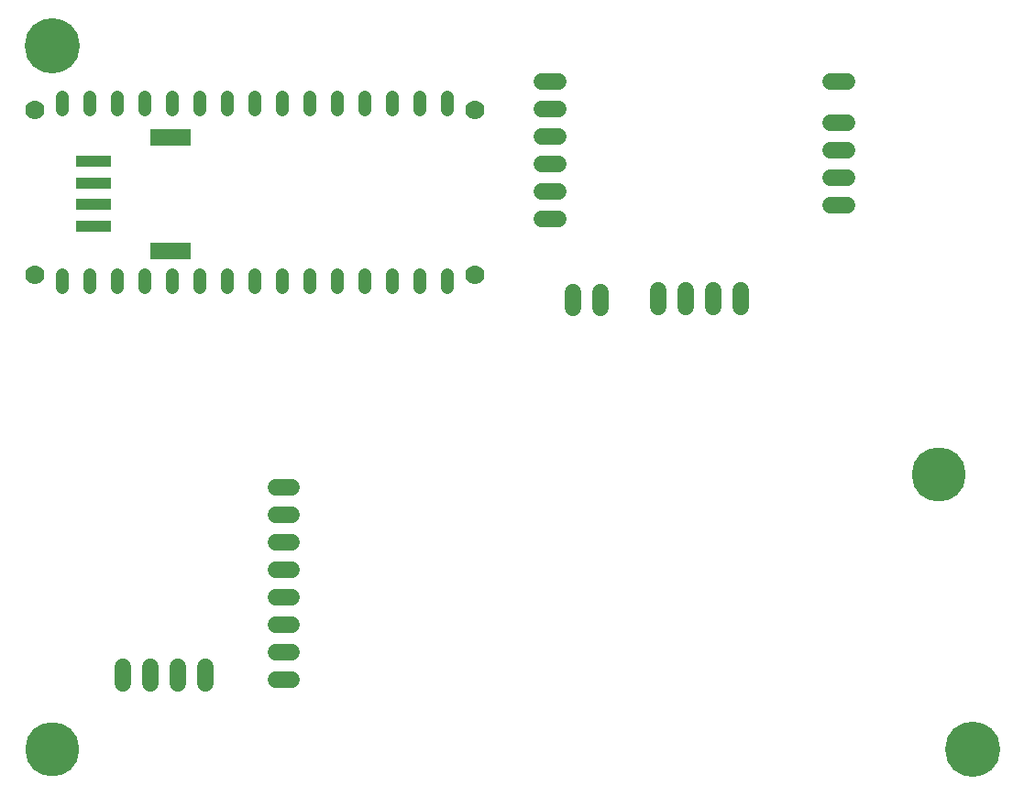
<source format=gbr>
G04 EAGLE Gerber RS-274X export*
G75*
%MOMM*%
%FSLAX34Y34*%
%LPD*%
%INSoldermask Bottom*%
%IPPOS*%
%AMOC8*
5,1,8,0,0,1.08239X$1,22.5*%
G01*
G04 Define Apertures*
%ADD10C,5.100000*%
%ADD11C,5.000000*%
%ADD12C,1.500000*%
%ADD13C,3.000000*%
%ADD14R,3.300000X1.000000*%
%ADD15R,3.800000X1.500000*%
%ADD16C,1.778000*%
%ADD17C,1.200000*%
D10*
X50000Y700000D03*
X900000Y50000D03*
D11*
X50000Y50000D03*
X868964Y304000D03*
D12*
X271451Y215888D02*
X256451Y215888D01*
X256451Y139688D02*
X271451Y139688D01*
X271451Y165088D02*
X256451Y165088D01*
X256451Y190488D02*
X271451Y190488D01*
X271451Y114288D02*
X256451Y114288D01*
X256451Y241288D02*
X271451Y241288D01*
X271451Y266688D02*
X256451Y266688D01*
X256451Y292088D02*
X271451Y292088D01*
D13*
X49801Y50388D03*
D14*
X88740Y593500D03*
X88740Y573500D03*
X88740Y553500D03*
X88740Y533500D03*
D15*
X159240Y616000D03*
X159240Y511000D03*
D12*
X769000Y629613D02*
X784000Y629613D01*
X784000Y604113D02*
X769000Y604113D01*
X769000Y578613D02*
X784000Y578613D01*
X784000Y553113D02*
X769000Y553113D01*
X517260Y667300D02*
X502260Y667300D01*
X502260Y641900D02*
X517260Y641900D01*
X517260Y616500D02*
X502260Y616500D01*
X502260Y591100D02*
X517260Y591100D01*
X768960Y667300D02*
X783960Y667300D01*
X517260Y565700D02*
X502260Y565700D01*
X502260Y540300D02*
X517260Y540300D01*
X635360Y474000D02*
X635360Y459000D01*
X609960Y459000D02*
X609960Y474000D01*
X686160Y474000D02*
X686160Y459000D01*
X660760Y459000D02*
X660760Y474000D01*
X556300Y473000D02*
X556300Y458000D01*
X530900Y458000D02*
X530900Y473000D01*
X191900Y126200D02*
X191900Y111200D01*
X166500Y111200D02*
X166500Y126200D01*
X141100Y126200D02*
X141100Y111200D01*
X115700Y111200D02*
X115700Y126200D01*
D16*
X34200Y488963D03*
D17*
X59600Y488963D02*
X59600Y476963D01*
X85000Y476963D02*
X85000Y488963D01*
X110400Y488963D02*
X110400Y476963D01*
X135800Y476963D02*
X135800Y488963D01*
X161200Y488963D02*
X161200Y476963D01*
X186600Y476963D02*
X186600Y488963D01*
X212000Y488963D02*
X212000Y476963D01*
X237400Y476963D02*
X237400Y488963D01*
X262800Y488963D02*
X262800Y476963D01*
X288200Y476963D02*
X288200Y488963D01*
X313600Y488963D02*
X313600Y476963D01*
X339000Y476963D02*
X339000Y488963D01*
X364400Y488963D02*
X364400Y476963D01*
X389800Y476963D02*
X389800Y488963D01*
X415200Y488963D02*
X415200Y476963D01*
X415200Y641363D02*
X415200Y653363D01*
X389800Y653363D02*
X389800Y641363D01*
X364400Y641363D02*
X364400Y653363D01*
X339000Y653363D02*
X339000Y641363D01*
X313600Y641363D02*
X313600Y653363D01*
X288200Y653363D02*
X288200Y641363D01*
X262800Y641363D02*
X262800Y653363D01*
X237400Y653363D02*
X237400Y641363D01*
X212000Y641363D02*
X212000Y653363D01*
X186600Y653363D02*
X186600Y641363D01*
X161200Y641363D02*
X161200Y653363D01*
X135800Y653363D02*
X135800Y641363D01*
X110400Y641363D02*
X110400Y653363D01*
X85000Y653363D02*
X85000Y641363D01*
X59600Y641363D02*
X59600Y653363D01*
D16*
X34200Y641363D03*
X440600Y641363D03*
X440600Y488963D03*
M02*

</source>
